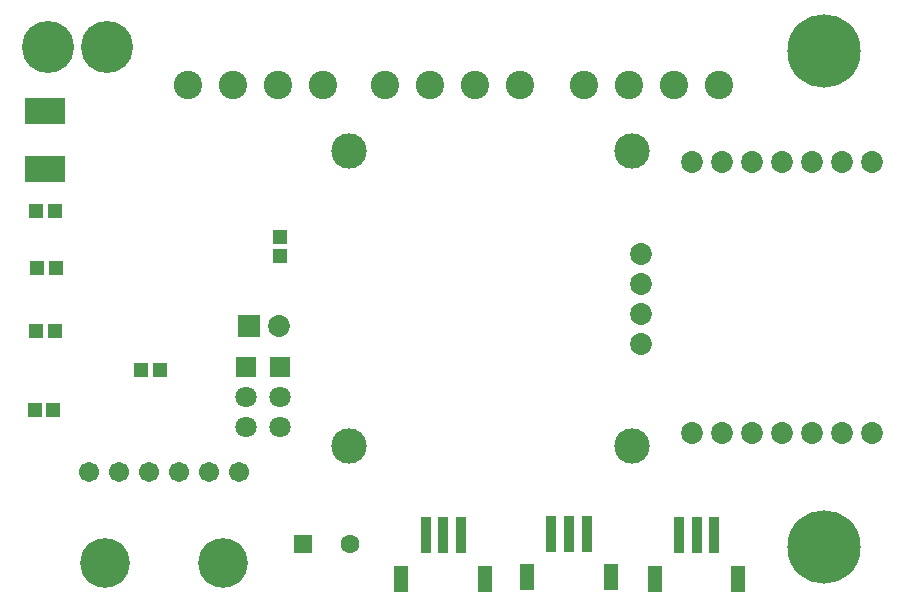
<source format=gbs>
G04*
G04 #@! TF.GenerationSoftware,Altium Limited,Altium Designer,21.2.2 (38)*
G04*
G04 Layer_Color=16711935*
%FSTAX24Y24*%
%MOIN*%
G70*
G04*
G04 #@! TF.SameCoordinates,CF9AC677-4E03-495D-8773-30470D0FCF73*
G04*
G04*
G04 #@! TF.FilePolarity,Negative*
G04*
G01*
G75*
%ADD42R,0.0474X0.0454*%
%ADD48R,0.0513X0.0867*%
%ADD49R,0.0356X0.1222*%
%ADD50R,0.0454X0.0474*%
%ADD56R,0.0631X0.0631*%
%ADD57C,0.0631*%
%ADD58C,0.0730*%
%ADD59C,0.1182*%
%ADD60C,0.2442*%
%ADD61C,0.0946*%
%ADD62C,0.1655*%
%ADD63C,0.0671*%
%ADD64C,0.0710*%
%ADD65R,0.0710X0.0710*%
%ADD66C,0.1734*%
%ADD67R,0.0730X0.0730*%
%ADD88R,0.1379X0.0867*%
D42*
X019449Y021654D02*
D03*
Y022283D02*
D03*
D48*
X027677Y010945D02*
D03*
X030472D02*
D03*
X023484Y010906D02*
D03*
X02628D02*
D03*
X031929D02*
D03*
X034724D02*
D03*
D49*
X028484Y012402D02*
D03*
X029075Y012402D02*
D03*
X029665D02*
D03*
X024291Y012362D02*
D03*
X024882Y012362D02*
D03*
X025472D02*
D03*
X032736Y012362D02*
D03*
X033327Y012362D02*
D03*
X033917D02*
D03*
D50*
X01189Y016535D02*
D03*
X01126D02*
D03*
X011929Y019173D02*
D03*
X011299D02*
D03*
X015433Y017874D02*
D03*
X014803D02*
D03*
X011968Y02126D02*
D03*
X011339D02*
D03*
X011929Y02315D02*
D03*
X011299D02*
D03*
D56*
X020197Y012047D02*
D03*
D57*
X021772D02*
D03*
D58*
X033189Y015748D02*
D03*
X034189D02*
D03*
X035189D02*
D03*
X036189D02*
D03*
X037189D02*
D03*
X038189D02*
D03*
X039189D02*
D03*
X033189Y024803D02*
D03*
X034189D02*
D03*
X035189D02*
D03*
X036189D02*
D03*
X037189D02*
D03*
X038189D02*
D03*
X039189D02*
D03*
X031476Y018736D02*
D03*
Y020736D02*
D03*
Y021736D02*
D03*
Y019736D02*
D03*
X019398Y019331D02*
D03*
D59*
X031181Y015315D02*
D03*
X021732D02*
D03*
X031181Y025157D02*
D03*
X021732D02*
D03*
D60*
X037559Y011968D02*
D03*
Y028504D02*
D03*
D61*
X024453Y027362D02*
D03*
X022953D02*
D03*
X027453D02*
D03*
X025953D02*
D03*
X01787D02*
D03*
X01637D02*
D03*
X02087D02*
D03*
X01937D02*
D03*
X031067D02*
D03*
X029567D02*
D03*
X034067D02*
D03*
X032567D02*
D03*
D62*
X017547Y011417D02*
D03*
X01361D02*
D03*
D63*
X015079Y014449D02*
D03*
X016079D02*
D03*
X014079D02*
D03*
X013079D02*
D03*
X017079D02*
D03*
X018079D02*
D03*
D64*
X018307Y016968D02*
D03*
Y015969D02*
D03*
X019449Y016953D02*
D03*
Y015953D02*
D03*
D65*
X018307Y017968D02*
D03*
X019449Y017953D02*
D03*
D66*
X013661Y028622D02*
D03*
X011693D02*
D03*
D67*
X018398Y019331D02*
D03*
D88*
X011614Y026476D02*
D03*
Y024547D02*
D03*
M02*

</source>
